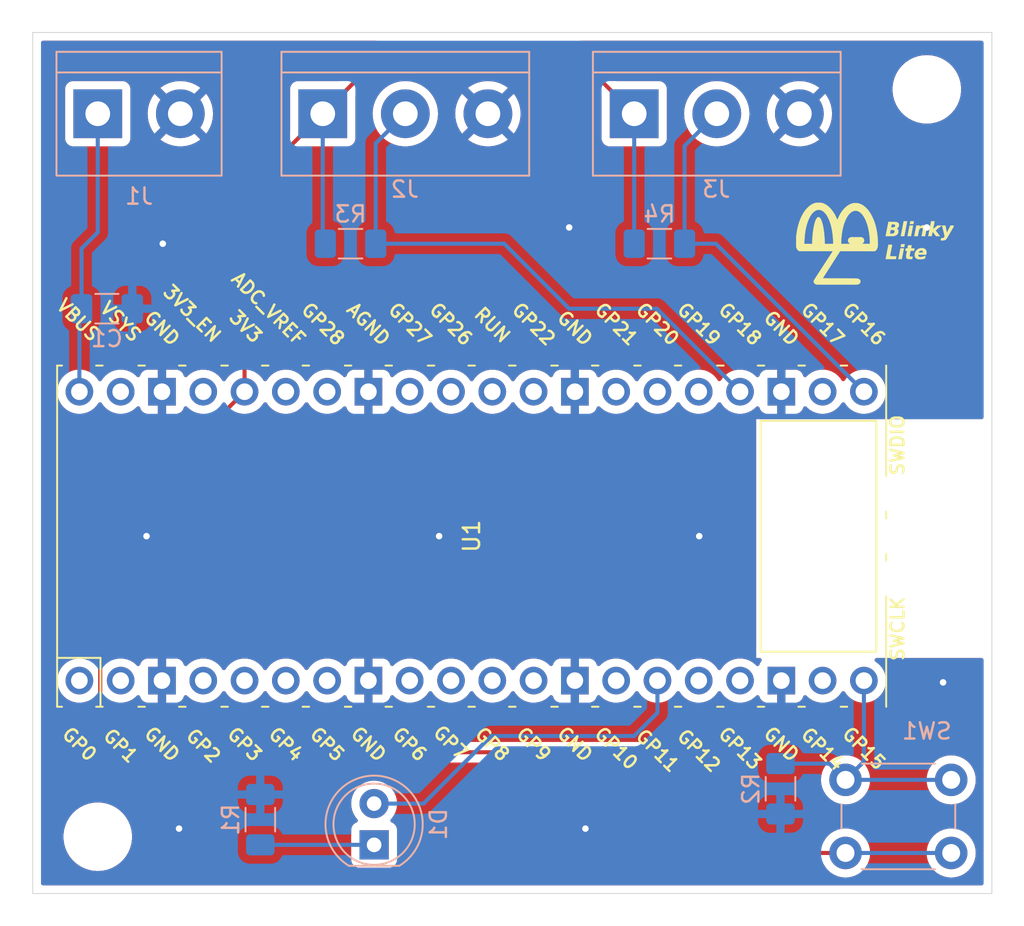
<source format=kicad_pcb>
(kicad_pcb (version 20211014) (generator pcbnew)
  (layers (0 "F.Cu" signal) (31 "B.Cu" signal) (34 "B.Paste" user) (35 "F.Paste" user) (36 "B.SilkS" user "B.Silkscreen") (37 "F.SilkS" user "F.Silkscreen") (38 "B.Mask" user) (39 "F.Mask" user) (44 "Edge.Cuts" user))
  (net 0 "")
  (net 1 "Net-(C1-Pad1)")
  (net 2 "GND")
  (net 3 "Net-(R2-Pad1)")
  (net 5 "Net-(D1-Pad1)")
  (net 6 "Net-(D1-Pad2)")
  (net 17 "Net-(SW1-Pad1)")
  (net 33 "Net-(U1-Pad24)")
  (net 34 "Net-(U1-Pad21)")
  (footprint "" (layer "F.Cu") (at 176 84.5)
    (fp_text reference "" (at 0 0) (layer "F.SilkS") (effects (font (size 1.27 1.27))))
    (fp_text value "" (at 0 0) (layer "F.SilkS") (effects (font (size 1.27 1.27))))
    (pad "" np_thru_hole circle locked (at 0 0) (size 3.2 3.2) (drill 3.2) (layers F&B.Cu *.Mask))
  )
  (footprint "" (layer "F.Cu") (at 125 130.5)
    (fp_text reference "" (at 0 0) (layer "F.SilkS") (effects (font (size 1.27 1.27))))
    (fp_text value "" (at 0 0) (layer "F.SilkS") (effects (font (size 1.27 1.27))))
    (pad "" np_thru_hole circle locked (at 0 0) (size 3.2 3.2) (drill 3.2) (layers F&B.Cu *.Mask))
  )
  (footprint "MCU_RaspberryPi_and_Boards:RPi_Pico_SMD_TH" (layer "F.Cu") (at 148 112 90)
    (fp_text reference "U1" (at 0 0 90) (layer "F.SilkS"))
    (fp_text value "Pico")
    (fp_text user "GP28" (at 13.054 -9.144 135) (layer "F.SilkS") (effects (font (size 0.8 0.8))))
    (fp_text user "GP6" (at -12.8 -3.81 135) (layer "F.SilkS") (effects (font (size 0.8 0.8))))
    (fp_text user "GP5" (at -12.8 -8.89 135) (layer "F.SilkS") (effects (font (size 0.8 0.8))))
    (fp_text user "GP17" (at 13.054 21.59 135) (layer "F.SilkS") (effects (font (size 0.8 0.8))))
    (fp_text user "SWCLK" (at -5.7 26.2 90) (layer "F.SilkS") (effects (font (size 0.8 0.8))))
    (fp_text user "GP11" (at -13.2 11.43 135) (layer "F.SilkS") (effects (font (size 0.8 0.8))))
    (fp_text user "GND" (at 12.8 -19.05 135) (layer "F.SilkS") (effects (font (size 0.8 0.8))))
    (fp_text user "GP26" (at 13.054 -1.27 135) (layer "F.SilkS") (effects (font (size 0.8 0.8))))
    (fp_text user "GND" (at -12.8 -6.35 135) (layer "F.SilkS") (effects (font (size 0.8 0.8))))
    (fp_text user "3V3_EN" (at 13.7 -17.2 135) (layer "F.SilkS") (effects (font (size 0.8 0.8))))
    (fp_text user "GP8" (at -12.8 1.27 135) (layer "F.SilkS") (effects (font (size 0.8 0.8))))
    (fp_text user "GP1" (at -12.9 -21.6 135) (layer "F.SilkS") (effects (font (size 0.8 0.8))))
    (fp_text user "AGND" (at 13.054 -6.35 135) (layer "F.SilkS") (effects (font (size 0.8 0.8))))
    (fp_text user "RUN" (at 13 1.27 135) (layer "F.SilkS") (effects (font (size 0.8 0.8))))
    (fp_text user "GND" (at 12.8 6.35 135) (layer "F.SilkS") (effects (font (size 0.8 0.8))))
    (fp_text user "GP7" (at -12.7 -1.3 135) (layer "F.SilkS") (effects (font (size 0.8 0.8))))
    (fp_text user "GND" (at -12.8 6.35 135) (layer "F.SilkS") (effects (font (size 0.8 0.8))))
    (fp_text user "GP2" (at -12.9 -16.51 135) (layer "F.SilkS") (effects (font (size 0.8 0.8))))
    (fp_text user "GP14" (at -13.1 21.59 135) (layer "F.SilkS") (effects (font (size 0.8 0.8))))
    (fp_text user "GND" (at -12.8 19.05 135) (layer "F.SilkS") (effects (font (size 0.8 0.8))))
    (fp_text user "GP0" (at -12.8 -24.13 135) (layer "F.SilkS") (effects (font (size 0.8 0.8))))
    (fp_text user "GP12" (at -13.2 13.97 135) (layer "F.SilkS") (effects (font (size 0.8 0.8))))
    (fp_text user "3V3" (at 12.9 -13.9 135) (layer "F.SilkS") (effects (font (size 0.8 0.8))))
    (fp_text user "GND" (at -12.8 -19.05 135) (layer "F.SilkS") (effects (font (size 0.8 0.8))))
    (fp_text user "SWDIO" (at 5.6 26.2 90) (layer "F.SilkS") (effects (font (size 0.8 0.8))))
    (fp_text user "GP10" (at -13.054 8.89 135) (layer "F.SilkS") (effects (font (size 0.8 0.8))))
    (fp_text user "GP16" (at 13.054 24.13 135) (layer "F.SilkS") (effects (font (size 0.8 0.8))))
    (fp_text user "GND" (at 12.8 19.05 135) (layer "F.SilkS") (effects (font (size 0.8 0.8))))
    (fp_text user "GP19" (at 13.054 13.97 135) (layer "F.SilkS") (effects (font (size 0.8 0.8))))
    (fp_text user "GP9" (at -12.8 3.81 135) (layer "F.SilkS") (effects (font (size 0.8 0.8))))
    (fp_text user "GP3" (at -12.8 -13.97 135) (layer "F.SilkS") (effects (font (size 0.8 0.8))))
    (fp_text user "VBUS" (at 13.3 -24.2 135) (layer "F.SilkS") (effects (font (size 0.8 0.8))))
    (fp_text user "GP4" (at -12.8 -11.43 135) (layer "F.SilkS") (effects (font (size 0.8 0.8))))
    (fp_text user "GP27" (at 13.054 -3.8 135) (layer "F.SilkS") (effects (font (size 0.8 0.8))))
    (fp_text user "GP22" (at 13.054 3.81 135) (layer "F.SilkS") (effects (font (size 0.8 0.8))))
    (fp_text user "GP18" (at 13.054 16.51 135) (layer "F.SilkS") (effects (font (size 0.8 0.8))))
    (fp_text user "ADC_VREF" (at 14 -12.5 135) (layer "F.SilkS") (effects (font (size 0.8 0.8))))
    (fp_text user "VSYS" (at 13.2 -21.59 135) (layer "F.SilkS") (effects (font (size 0.8 0.8))))
    (fp_text user "GP21" (at 13.054 8.9 135) (layer "F.SilkS") (effects (font (size 0.8 0.8))))
    (fp_text user "GP13" (at -13.054 16.51 135) (layer "F.SilkS") (effects (font (size 0.8 0.8))))
    (fp_text user "GP15" (at -13.054 24.13 135) (layer "F.SilkS") (effects (font (size 0.8 0.8))))
    (fp_text user "GP20" (at 13.054 11.43 135) (layer "F.SilkS") (effects (font (size 0.8 0.8))))
    (pad "1" thru_hole oval (at -8.89 -24.13 90) (size 1.7 1.7) (drill 1.02) (layers *.Cu *.Mask))
    (pad "2" thru_hole oval (at -8.89 -21.59 90) (size 1.7 1.7) (drill 1.02) (layers *.Cu *.Mask))
    (pad "3" thru_hole rect (at -8.89 -19.05 90) (size 1.7 1.7) (drill 1.02) (layers *.Cu *.Mask) (net 2 "GND"))
    (pad "4" thru_hole oval (at -8.89 -16.51 90) (size 1.7 1.7) (drill 1.02) (layers *.Cu *.Mask))
    (pad "5" thru_hole oval (at -8.89 -13.97 90) (size 1.7 1.7) (drill 1.02) (layers *.Cu *.Mask))
    (pad "6" thru_hole oval (at -8.89 -11.43 90) (size 1.7 1.7) (drill 1.02) (layers *.Cu *.Mask))
    (pad "7" thru_hole oval (at -8.89 -8.89 90) (size 1.7 1.7) (drill 1.02) (layers *.Cu *.Mask))
    (pad "8" thru_hole rect (at -8.89 -6.35 90) (size 1.7 1.7) (drill 1.02) (layers *.Cu *.Mask) (net 2 "GND"))
    (pad "9" thru_hole oval (at -8.89 -3.81 90) (size 1.7 1.7) (drill 1.02) (layers *.Cu *.Mask))
    (pad "10" thru_hole oval (at -8.89 -1.27 90) (size 1.7 1.7) (drill 1.02) (layers *.Cu *.Mask))
    (pad "11" thru_hole oval (at -8.89 1.27 90) (size 1.7 1.7) (drill 1.02) (layers *.Cu *.Mask))
    (pad "12" thru_hole oval (at -8.89 3.81 90) (size 1.7 1.7) (drill 1.02) (layers *.Cu *.Mask))
    (pad "13" thru_hole rect (at -8.89 6.35 90) (size 1.7 1.7) (drill 1.02) (layers *.Cu *.Mask) (net 2 "GND"))
    (pad "14" thru_hole oval (at -8.89 8.89 90) (size 1.7 1.7) (drill 1.02) (layers *.Cu *.Mask))
    (pad "15" thru_hole oval (at -8.89 11.43 90) (size 1.7 1.7) (drill 1.02) (layers *.Cu *.Mask) (net 6 "Net-(D1-Pad2)"))
    (pad "16" thru_hole oval (at -8.89 13.97 90) (size 1.7 1.7) (drill 1.02) (layers *.Cu *.Mask))
    (pad "17" thru_hole oval (at -8.89 16.51 90) (size 1.7 1.7) (drill 1.02) (layers *.Cu *.Mask))
    (pad "18" thru_hole rect (at -8.89 19.05 90) (size 1.7 1.7) (drill 1.02) (layers *.Cu *.Mask) (net 2 "GND"))
    (pad "19" thru_hole oval (at -8.89 21.59 90) (size 1.7 1.7) (drill 1.02) (layers *.Cu *.Mask))
    (pad "20" thru_hole oval (at -8.89 24.13 90) (size 1.7 1.7) (drill 1.02) (layers *.Cu *.Mask) (net 3 "Net-(R2-Pad1)"))
    (pad "21" thru_hole oval (at 8.89 24.13 90) (size 1.7 1.7) (drill 1.02) (layers *.Cu *.Mask) (net 34 "Net-(U1-Pad21)"))
    (pad "22" thru_hole oval (at 8.89 21.59 90) (size 1.7 1.7) (drill 1.02) (layers *.Cu *.Mask))
    (pad "23" thru_hole rect (at 8.89 19.05 90) (size 1.7 1.7) (drill 1.02) (layers *.Cu *.Mask) (net 2 "GND"))
    (pad "24" thru_hole oval (at 8.89 16.51 90) (size 1.7 1.7) (drill 1.02) (layers *.Cu *.Mask) (net 33 "Net-(U1-Pad24)"))
    (pad "25" thru_hole oval (at 8.89 13.97 90) (size 1.7 1.7) (drill 1.02) (layers *.Cu *.Mask))
    (pad "26" thru_hole oval (at 8.89 11.43 90) (size 1.7 1.7) (drill 1.02) (layers *.Cu *.Mask))
    (pad "27" thru_hole oval (at 8.89 8.89 90) (size 1.7 1.7) (drill 1.02) (layers *.Cu *.Mask))
    (pad "28" thru_hole rect (at 8.89 6.35 90) (size 1.7 1.7) (drill 1.02) (layers *.Cu *.Mask) (net 2 "GND"))
    (pad "29" thru_hole oval (at 8.89 3.81 90) (size 1.7 1.7) (drill 1.02) (layers *.Cu *.Mask))
    (pad "30" thru_hole oval (at 8.89 1.27 90) (size 1.7 1.7) (drill 1.02) (layers *.Cu *.Mask))
    (pad "31" thru_hole oval (at 8.89 -1.27 90) (size 1.7 1.7) (drill 1.02) (layers *.Cu *.Mask))
    (pad "32" thru_hole oval (at 8.89 -3.81 90) (size 1.7 1.7) (drill 1.02) (layers *.Cu *.Mask))
    (pad "33" thru_hole rect (at 8.89 -6.35 90) (size 1.7 1.7) (drill 1.02) (layers *.Cu *.Mask) (net 2 "GND"))
    (pad "34" thru_hole oval (at 8.89 -8.89 90) (size 1.7 1.7) (drill 1.02) (layers *.Cu *.Mask))
    (pad "35" thru_hole oval (at 8.89 -11.43 90) (size 1.7 1.7) (drill 1.02) (layers *.Cu *.Mask))
    (pad "36" thru_hole oval (at 8.89 -13.97 90) (size 1.7 1.7) (drill 1.02) (layers *.Cu *.Mask) (net 17 "Net-(SW1-Pad1)"))
    (pad "37" thru_hole oval (at 8.89 -16.51 90) (size 1.7 1.7) (drill 1.02) (layers *.Cu *.Mask))
    (pad "38" thru_hole rect (at 8.89 -19.05 90) (size 1.7 1.7) (drill 1.02) (layers *.Cu *.Mask) (net 2 "GND"))
    (pad "39" thru_hole oval (at 8.89 -21.59 90) (size 1.7 1.7) (drill 1.02) (layers *.Cu *.Mask))
    (pad "40" thru_hole oval (at 8.89 -24.13 90) (size 1.7 1.7) (drill 1.02) (layers *.Cu *.Mask) (net 1 "Net-(C1-Pad1)"))
  )
  (footprint "blinkyLiteLogo:blinkyLiteLogo" (layer "F.Cu") (at 173 94)
    (fp_text reference "G***" hide)
    (fp_text value "LOGO" hide)
  )
  (footprint "TerminalBlock:TerminalBlock_bornier-2_P5.08mm" (layer "B.Cu") (at 125 86)
    (fp_text reference "J1" (at 2.54 5.08) (layer "B.SilkS") (effects (justify mirror)))
    (fp_text value "Screw_Terminal_01x02")
    (pad "1" thru_hole rect (at 0 0) (size 3 3) (drill 1.52) (layers *.Cu *.Mask) (net 1 "Net-(C1-Pad1)"))
    (pad "2" thru_hole circle (at 5.08 0) (size 3 3) (drill 1.52) (layers *.Cu *.Mask) (net 2 "GND"))
  )
  (footprint "TerminalBlock:TerminalBlock_bornier-3_P5.08mm" (layer "B.Cu") (at 138.84 86)
    (fp_text reference "J2" (at 5.05 4.65) (layer "B.SilkS") (effects (justify mirror)))
    (fp_text value "Screw_Terminal_01x03")
    (pad "1" thru_hole rect (at 0 0) (size 3 3) (drill 1.52) (layers *.Cu *.Mask) (net 17 "Net-(SW1-Pad1)"))
    (pad "2" thru_hole circle (at 5.08 0) (size 3 3) (drill 1.52) (layers *.Cu *.Mask) (net 33 "Net-(U1-Pad24)"))
    (pad "3" thru_hole circle (at 10.16 0) (size 3 3) (drill 1.52) (layers *.Cu *.Mask) (net 2 "GND"))
  )
  (footprint "TerminalBlock:TerminalBlock_bornier-3_P5.08mm" (layer "B.Cu") (at 158 86)
    (fp_text reference "J3" (at 5.05 4.65) (layer "B.SilkS") (effects (justify mirror)))
    (fp_text value "Screw_Terminal_01x03")
    (pad "1" thru_hole rect (at 0 0) (size 3 3) (drill 1.52) (layers *.Cu *.Mask) (net 17 "Net-(SW1-Pad1)"))
    (pad "2" thru_hole circle (at 5.08 0) (size 3 3) (drill 1.52) (layers *.Cu *.Mask) (net 34 "Net-(U1-Pad21)"))
    (pad "3" thru_hole circle (at 10.16 0) (size 3 3) (drill 1.52) (layers *.Cu *.Mask) (net 2 "GND"))
  )
  (footprint "Button_Switch_THT:SW_PUSH_6mm" (layer "B.Cu") (at 171 131.5)
    (fp_text reference "SW1" (at 5 -7.5) (layer "B.SilkS") (effects (justify mirror)))
    (fp_text value "SW_Push")
    (pad "1" thru_hole circle (at 0 0 270) (size 2 2) (drill 1.1) (layers *.Cu *.Mask) (net 17 "Net-(SW1-Pad1)"))
    (pad "1" thru_hole circle (at 6.5 0 270) (size 2 2) (drill 1.1) (layers *.Cu *.Mask) (net 17 "Net-(SW1-Pad1)"))
    (pad "2" thru_hole circle (at 6.5 -4.5 270) (size 2 2) (drill 1.1) (layers *.Cu *.Mask) (net 3 "Net-(R2-Pad1)"))
    (pad "2" thru_hole circle (at 0 -4.5 270) (size 2 2) (drill 1.1) (layers *.Cu *.Mask) (net 3 "Net-(R2-Pad1)"))
  )
  (footprint "Resistor_SMD:R_1206_3216Metric_Pad1.30x1.75mm_HandSolder" (layer "B.Cu") (at 167 127.55 -90)
    (fp_text reference "R2" (at 0 1.82 90) (layer "B.SilkS") (effects (justify mirror)))
    (fp_text value "10k")
    (pad "1" smd roundrect (at -1.55 0 270) (size 1.3 1.75) (layers "B.Cu" "B.Paste" "B.Mask") (roundrect_rratio 0.192308) (net 3 "Net-(R2-Pad1)"))
    (pad "2" smd roundrect (at 1.55 0 270) (size 1.3 1.75) (layers "B.Cu" "B.Paste" "B.Mask") (roundrect_rratio 0.192308) (net 2 "GND"))
  )
  (footprint "Resistor_SMD:R_1206_3216Metric_Pad1.30x1.75mm_HandSolder" (layer "B.Cu") (at 159.55 94 180)
    (fp_text reference "R4" (at 0 1.82) (layer "B.SilkS") (effects (justify mirror)))
    (fp_text value "10k")
    (pad "1" smd roundrect (at -1.55 0 180) (size 1.3 1.75) (layers "B.Cu" "B.Paste" "B.Mask") (roundrect_rratio 0.192308) (net 34 "Net-(U1-Pad21)"))
    (pad "2" smd roundrect (at 1.55 0 180) (size 1.3 1.75) (layers "B.Cu" "B.Paste" "B.Mask") (roundrect_rratio 0.192308) (net 17 "Net-(SW1-Pad1)"))
  )
  (footprint "LED_THT:LED_D5.0mm" (layer "B.Cu") (at 142 131 90)
    (fp_text reference "D1" (at 1.27 3.96 90) (layer "B.SilkS") (effects (justify mirror)))
    (fp_text value "LED")
    (pad "1" thru_hole rect (at 0 0 90) (size 1.8 1.8) (drill 0.9) (layers *.Cu *.Mask) (net 5 "Net-(D1-Pad1)"))
    (pad "2" thru_hole circle (at 2.54 0 90) (size 1.8 1.8) (drill 0.9) (layers *.Cu *.Mask) (net 6 "Net-(D1-Pad2)"))
  )
  (footprint "Resistor_SMD:R_1206_3216Metric_Pad1.30x1.75mm_HandSolder" (layer "B.Cu") (at 135 129.45 -90)
    (fp_text reference "R1" (at 0 1.82 90) (layer "B.SilkS") (effects (justify mirror)))
    (fp_text value "220")
    (pad "1" smd roundrect (at -1.55 0 270) (size 1.3 1.75) (layers "B.Cu" "B.Paste" "B.Mask") (roundrect_rratio 0.192308) (net 2 "GND"))
    (pad "2" smd roundrect (at 1.55 0 270) (size 1.3 1.75) (layers "B.Cu" "B.Paste" "B.Mask") (roundrect_rratio 0.192308) (net 5 "Net-(D1-Pad1)"))
  )
  (footprint "Resistor_SMD:R_1206_3216Metric_Pad1.30x1.75mm_HandSolder" (layer "B.Cu") (at 140.55 94 180)
    (fp_text reference "R3" (at 0 1.82) (layer "B.SilkS") (effects (justify mirror)))
    (fp_text value "10k")
    (pad "1" smd roundrect (at -1.55 0 180) (size 1.3 1.75) (layers "B.Cu" "B.Paste" "B.Mask") (roundrect_rratio 0.192308) (net 33 "Net-(U1-Pad24)"))
    (pad "2" smd roundrect (at 1.55 0 180) (size 1.3 1.75) (layers "B.Cu" "B.Paste" "B.Mask") (roundrect_rratio 0.192308) (net 17 "Net-(SW1-Pad1)"))
  )
  (footprint "Capacitor_SMD:C_1206_3216Metric_Pad1.33x1.80mm_HandSolder" (layer "B.Cu") (at 125.5625 98)
    (fp_text reference "C1" (at 0 1.85) (layer "B.SilkS") (effects (justify mirror)))
    (fp_text value "1uF")
    (pad "1" smd roundrect (at -1.5625 0) (size 1.325 1.8) (layers "B.Cu" "B.Paste" "B.Mask") (roundrect_rratio 0.188679) (net 1 "Net-(C1-Pad1)"))
    (pad "2" smd roundrect (at 1.5625 0) (size 1.325 1.8) (layers "B.Cu" "B.Paste" "B.Mask") (roundrect_rratio 0.188679) (net 2 "GND"))
  )
  (gr_line (start 121 81) (end 180 81) (layer "Edge.Cuts") (width 0.05))
  (gr_line (start 121 134) (end 121 81) (layer "Edge.Cuts") (width 0.05))
  (gr_line (start 180 81) (end 180 134) (layer "Edge.Cuts") (width 0.05))
  (gr_line (start 180 134) (end 121 134) (layer "Edge.Cuts") (width 0.05))
  (segment (start 124 94.3) (end 125 93.3) (width 0.25) (layer "B.Cu") (net 1))
  (segment (start 123.87 103.22) (end 123.87 98.13) (width 0.25) (layer "B.Cu") (net 1))
  (segment (start 124 98) (end 124 94.3) (width 0.25) (layer "B.Cu") (net 1))
  (segment (start 123.87 98.13) (end 124 98) (width 0.25) (layer "B.Cu") (net 1))
  (segment (start 125 93.3) (end 125 86) (width 0.25) (layer "B.Cu") (net 1))
  (via (at 177 121) (size 0.8) (drill 0.4) (layers "F.Cu" "B.Cu") (net 2))
  (via (at 176 93) (size 0.8) (drill 0.4) (layers "F.Cu" "B.Cu") (net 2))
  (via (at 155 130) (size 0.8) (drill 0.4) (layers "F.Cu" "B.Cu") (net 2))
  (via (at 128 112) (size 0.8) (drill 0.4) (layers "F.Cu" "B.Cu") (net 2))
  (via (at 154 93) (size 0.8) (drill 0.4) (layers "F.Cu" "B.Cu") (net 2))
  (via (at 162 112) (size 0.8) (drill 0.4) (layers "F.Cu" "B.Cu") (net 2))
  (via (at 130 130) (size 0.8) (drill 0.4) (layers "F.Cu" "B.Cu") (net 2))
  (via (at 129 94) (size 0.8) (drill 0.4) (layers "F.Cu" "B.Cu") (net 2))
  (via (at 146 112) (size 0.8) (drill 0.4) (layers "F.Cu" "B.Cu") (net 2))
  (segment (start 177.5 127) (end 171 127) (width 0.25) (layer "B.Cu") (net 3))
  (segment (start 167 126) (end 170 126) (width 0.25) (layer "B.Cu") (net 3))
  (segment (start 170 126) (end 171 127) (width 0.25) (layer "B.Cu") (net 3))
  (segment (start 172.13 125.87) (end 171 127) (width 0.25) (layer "B.Cu") (net 3))
  (segment (start 172.13 120.89) (end 172.13 125.87) (width 0.25) (layer "B.Cu") (net 3))
  (segment (start 142 131) (end 135 131) (width 0.25) (layer "B.Cu") (net 5))
  (segment (start 159.43 120.89) (end 159.43 122.87) (width 0.25) (layer "B.Cu") (net 6))
  (segment (start 158 124.3) (end 149.2 124.3) (width 0.25) (layer "B.Cu") (net 6))
  (segment (start 149.2 124.3) (end 145.04 128.46) (width 0.25) (layer "B.Cu") (net 6))
  (segment (start 145.04 128.46) (end 142 128.46) (width 0.25) (layer "B.Cu") (net 6))
  (segment (start 159.43 122.87) (end 158 124.3) (width 0.25) (layer "B.Cu") (net 6))
  (segment (start 163.4 125.9) (end 162.8 125.3) (width 0.25) (layer "F.Cu") (net 17))
  (segment (start 171 131.5) (end 164.4 131.5) (width 0.25) (layer "F.Cu") (net 17))
  (segment (start 125.15 107.6) (end 127.19 105.56) (width 0.25) (layer "F.Cu") (net 17))
  (segment (start 125.15 124.75) (end 125.15 107.6) (width 0.25) (layer "F.Cu") (net 17))
  (segment (start 164.4 131.5) (end 163.4 130.5) (width 0.25) (layer "F.Cu") (net 17))
  (segment (start 134.03 90.81) (end 138.84 86) (width 0.25) (layer "F.Cu") (net 17))
  (segment (start 142.84 82) (end 154 82) (width 0.25) (layer "F.Cu") (net 17))
  (segment (start 125.7 125.3) (end 125.15 124.75) (width 0.25) (layer "F.Cu") (net 17))
  (segment (start 163.4 130.5) (end 163.4 125.9) (width 0.25) (layer "F.Cu") (net 17))
  (segment (start 131.58 105.56) (end 134.03 103.11) (width 0.25) (layer "F.Cu") (net 17))
  (segment (start 154 82) (end 158 86) (width 0.25) (layer "F.Cu") (net 17))
  (segment (start 138.84 86) (end 142.84 82) (width 0.25) (layer "F.Cu") (net 17))
  (segment (start 134.03 103.11) (end 134.03 90.81) (width 0.25) (layer "F.Cu") (net 17))
  (segment (start 127.19 105.56) (end 131.58 105.56) (width 0.25) (layer "F.Cu") (net 17))
  (segment (start 162.8 125.3) (end 125.7 125.3) (width 0.25) (layer "F.Cu") (net 17))
  (segment (start 177.5 131.5) (end 171 131.5) (width 0.25) (layer "B.Cu") (net 17))
  (segment (start 139 94) (end 138.84 93.84) (width 0.25) (layer "B.Cu") (net 17))
  (segment (start 138.84 93.84) (end 138.84 86) (width 0.25) (layer "B.Cu") (net 17))
  (segment (start 158 94) (end 158 86) (width 0.25) (layer "B.Cu") (net 17))
  (segment (start 142.1 94) (end 142.1 87.82) (width 0.25) (layer "B.Cu") (net 33))
  (segment (start 142.1 94) (end 150 94) (width 0.25) (layer "B.Cu") (net 33))
  (segment (start 142.1 87.82) (end 143.92 86) (width 0.25) (layer "B.Cu") (net 33))
  (segment (start 150 94) (end 154 98) (width 0.25) (layer "B.Cu") (net 33))
  (segment (start 159.4 98) (end 164.51 103.11) (width 0.25) (layer "B.Cu") (net 33))
  (segment (start 154 98) (end 159.4 98) (width 0.25) (layer "B.Cu") (net 33))
  (segment (start 161.1 94) (end 163.02 94) (width 0.25) (layer "B.Cu") (net 34))
  (segment (start 161.1 94) (end 161.1 87.98) (width 0.25) (layer "B.Cu") (net 34))
  (segment (start 161.1 87.98) (end 163.08 86) (width 0.25) (layer "B.Cu") (net 34))
  (segment (start 163.02 94) (end 172.13 103.11) (width 0.25) (layer "B.Cu") (net 34))
  (zone (net 0) (net_name "") (layers F&B.Cu) (connect_pads (clearance 0)) (min_thickness 0.254)
    (keepout (tracks not_allowed) (vias not_allowed) (pads not_allowed) (copperpour not_allowed) (footprints allowed))
    (fill (thermal_gap 0.508) (thermal_bridge_width 0.508))
    (polygon (pts (xy 180 119.5) (xy 165.5 119.5) (xy 165.5 104.8) (xy 180 104.8)))
  )
  (zone (net 2) (net_name "GND") (layers F&B.Cu) (connect_pads (clearance 0.508)) (min_thickness 0.254) (fill yes (thermal_gap 0.508) (thermal_bridge_width 0.508))
    (polygon (pts (xy 182 136) (xy 119 136) (xy 119 79) (xy 182 79)))
  )
)
</source>
